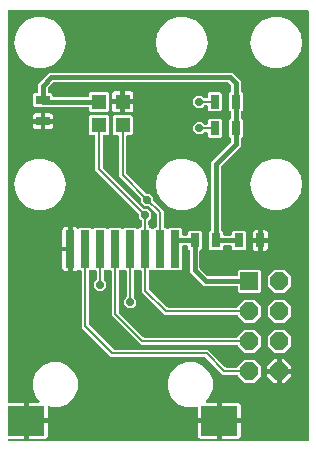
<source format=gbr>
G04 EAGLE Gerber RS-274X export*
G75*
%MOMM*%
%FSLAX34Y34*%
%LPD*%
%INTop Copper*%
%IPPOS*%
%AMOC8*
5,1,8,0,0,1.08239X$1,22.5*%
G01*
%ADD10R,1.200000X0.800000*%
%ADD11R,0.800000X1.200000*%
%ADD12R,0.800000X3.200000*%
%ADD13R,3.120000X2.540000*%
%ADD14R,1.524000X1.524000*%
%ADD15P,1.649562X8X292.500000*%
%ADD16R,1.300000X1.300000*%
%ADD17C,0.406400*%
%ADD18P,0.654629X8X22.500000*%
%ADD19C,0.203200*%

G36*
X256502Y2549D02*
X256502Y2549D01*
X256560Y2547D01*
X256642Y2569D01*
X256726Y2581D01*
X256779Y2604D01*
X256835Y2619D01*
X256908Y2662D01*
X256985Y2697D01*
X257030Y2735D01*
X257080Y2764D01*
X257138Y2826D01*
X257202Y2880D01*
X257234Y2929D01*
X257274Y2972D01*
X257313Y3047D01*
X257360Y3117D01*
X257377Y3173D01*
X257404Y3225D01*
X257415Y3293D01*
X257445Y3388D01*
X257448Y3488D01*
X257459Y3556D01*
X257459Y366444D01*
X257451Y366502D01*
X257453Y366560D01*
X257431Y366642D01*
X257419Y366726D01*
X257396Y366779D01*
X257381Y366835D01*
X257338Y366908D01*
X257303Y366985D01*
X257265Y367030D01*
X257236Y367080D01*
X257174Y367138D01*
X257120Y367202D01*
X257071Y367234D01*
X257028Y367274D01*
X256953Y367313D01*
X256883Y367360D01*
X256827Y367377D01*
X256775Y367404D01*
X256707Y367415D01*
X256612Y367445D01*
X256512Y367448D01*
X256444Y367459D01*
X3556Y367459D01*
X3498Y367451D01*
X3440Y367453D01*
X3358Y367431D01*
X3274Y367419D01*
X3221Y367396D01*
X3165Y367381D01*
X3092Y367338D01*
X3015Y367303D01*
X2970Y367265D01*
X2920Y367236D01*
X2862Y367174D01*
X2798Y367120D01*
X2766Y367071D01*
X2726Y367028D01*
X2687Y366953D01*
X2640Y366883D01*
X2623Y366827D01*
X2596Y366775D01*
X2585Y366707D01*
X2555Y366612D01*
X2552Y366512D01*
X2541Y366444D01*
X2541Y36256D01*
X2549Y36198D01*
X2547Y36140D01*
X2569Y36058D01*
X2581Y35974D01*
X2604Y35921D01*
X2619Y35865D01*
X2662Y35792D01*
X2697Y35715D01*
X2735Y35670D01*
X2764Y35620D01*
X2826Y35562D01*
X2880Y35498D01*
X2929Y35466D01*
X2972Y35426D01*
X3047Y35387D01*
X3117Y35340D01*
X3173Y35323D01*
X3225Y35296D01*
X3293Y35285D01*
X3388Y35255D01*
X3488Y35252D01*
X3556Y35241D01*
X16269Y35241D01*
X16269Y21016D01*
X16277Y20958D01*
X16275Y20900D01*
X16297Y20818D01*
X16309Y20735D01*
X16333Y20681D01*
X16347Y20625D01*
X16390Y20552D01*
X16425Y20475D01*
X16463Y20431D01*
X16493Y20380D01*
X16554Y20323D01*
X16609Y20258D01*
X16657Y20226D01*
X16700Y20186D01*
X16775Y20147D01*
X16845Y20101D01*
X16901Y20083D01*
X16953Y20056D01*
X17021Y20045D01*
X17116Y20015D01*
X17216Y20012D01*
X17284Y20001D01*
X18301Y20001D01*
X18301Y19999D01*
X17284Y19999D01*
X17226Y19991D01*
X17168Y19992D01*
X17086Y19971D01*
X17003Y19959D01*
X16949Y19935D01*
X16893Y19921D01*
X16820Y19878D01*
X16743Y19843D01*
X16698Y19805D01*
X16648Y19775D01*
X16590Y19714D01*
X16526Y19659D01*
X16494Y19611D01*
X16454Y19568D01*
X16415Y19493D01*
X16369Y19423D01*
X16351Y19367D01*
X16324Y19315D01*
X16313Y19247D01*
X16283Y19152D01*
X16280Y19052D01*
X16269Y18984D01*
X16269Y4759D01*
X3556Y4759D01*
X3498Y4751D01*
X3440Y4753D01*
X3358Y4731D01*
X3274Y4719D01*
X3221Y4696D01*
X3165Y4681D01*
X3092Y4638D01*
X3015Y4603D01*
X2970Y4565D01*
X2920Y4536D01*
X2862Y4474D01*
X2798Y4420D01*
X2766Y4371D01*
X2726Y4328D01*
X2687Y4253D01*
X2640Y4183D01*
X2623Y4127D01*
X2596Y4075D01*
X2585Y4007D01*
X2555Y3912D01*
X2552Y3812D01*
X2541Y3744D01*
X2541Y3556D01*
X2549Y3498D01*
X2547Y3440D01*
X2569Y3358D01*
X2581Y3274D01*
X2604Y3221D01*
X2619Y3165D01*
X2662Y3092D01*
X2697Y3015D01*
X2735Y2970D01*
X2764Y2920D01*
X2826Y2862D01*
X2880Y2798D01*
X2929Y2766D01*
X2972Y2726D01*
X3047Y2687D01*
X3117Y2640D01*
X3173Y2623D01*
X3225Y2596D01*
X3293Y2585D01*
X3388Y2555D01*
X3488Y2552D01*
X3556Y2541D01*
X256444Y2541D01*
X256502Y2549D01*
G37*
%LPC*%
G36*
X203302Y52247D02*
X203302Y52247D01*
X197639Y57909D01*
X197641Y57952D01*
X197619Y58034D01*
X197607Y58118D01*
X197584Y58171D01*
X197569Y58227D01*
X197526Y58300D01*
X197491Y58377D01*
X197453Y58422D01*
X197424Y58472D01*
X197362Y58530D01*
X197308Y58594D01*
X197259Y58626D01*
X197216Y58666D01*
X197141Y58705D01*
X197071Y58752D01*
X197015Y58769D01*
X196963Y58796D01*
X196895Y58807D01*
X196800Y58837D01*
X196700Y58840D01*
X196632Y58851D01*
X184837Y58851D01*
X170035Y73654D01*
X169965Y73706D01*
X169901Y73766D01*
X169851Y73792D01*
X169807Y73825D01*
X169726Y73856D01*
X169648Y73896D01*
X169600Y73904D01*
X169542Y73926D01*
X169394Y73938D01*
X169317Y73951D01*
X90054Y73951D01*
X87970Y76034D01*
X87970Y76035D01*
X67285Y96720D01*
X67284Y96721D01*
X65201Y98804D01*
X65201Y146152D01*
X65193Y146210D01*
X65195Y146268D01*
X65173Y146350D01*
X65161Y146434D01*
X65138Y146487D01*
X65123Y146543D01*
X65080Y146616D01*
X65045Y146693D01*
X65007Y146738D01*
X64978Y146788D01*
X64916Y146846D01*
X64862Y146910D01*
X64813Y146942D01*
X64770Y146982D01*
X64695Y147021D01*
X64625Y147068D01*
X64569Y147085D01*
X64517Y147112D01*
X64449Y147123D01*
X64354Y147153D01*
X64254Y147156D01*
X64186Y147167D01*
X63408Y147167D01*
X62977Y147598D01*
X62930Y147633D01*
X62890Y147676D01*
X62817Y147718D01*
X62750Y147769D01*
X62695Y147790D01*
X62645Y147820D01*
X62563Y147840D01*
X62484Y147870D01*
X62426Y147875D01*
X62369Y147890D01*
X62285Y147887D01*
X62201Y147894D01*
X62144Y147882D01*
X62085Y147881D01*
X62005Y147855D01*
X61922Y147838D01*
X61870Y147811D01*
X61815Y147793D01*
X61758Y147753D01*
X61670Y147707D01*
X61598Y147638D01*
X61541Y147598D01*
X61110Y147167D01*
X60531Y146832D01*
X59884Y146659D01*
X57549Y146659D01*
X57549Y164216D01*
X57541Y164274D01*
X57543Y164332D01*
X57521Y164414D01*
X57509Y164497D01*
X57486Y164551D01*
X57471Y164607D01*
X57428Y164680D01*
X57393Y164757D01*
X57355Y164801D01*
X57326Y164852D01*
X57264Y164909D01*
X57210Y164974D01*
X57161Y165006D01*
X57118Y165046D01*
X57043Y165085D01*
X56973Y165131D01*
X56917Y165149D01*
X56865Y165176D01*
X56797Y165187D01*
X56755Y165200D01*
X56816Y165209D01*
X56869Y165233D01*
X56925Y165247D01*
X56998Y165291D01*
X57075Y165325D01*
X57120Y165363D01*
X57170Y165393D01*
X57228Y165454D01*
X57292Y165509D01*
X57324Y165557D01*
X57364Y165600D01*
X57403Y165675D01*
X57450Y165745D01*
X57467Y165801D01*
X57494Y165853D01*
X57505Y165921D01*
X57535Y166016D01*
X57538Y166116D01*
X57549Y166184D01*
X57549Y183741D01*
X59884Y183741D01*
X60531Y183568D01*
X61110Y183233D01*
X61541Y182802D01*
X61588Y182767D01*
X61628Y182724D01*
X61701Y182682D01*
X61768Y182631D01*
X61823Y182610D01*
X61874Y182580D01*
X61955Y182560D01*
X62034Y182530D01*
X62093Y182525D01*
X62149Y182510D01*
X62233Y182513D01*
X62317Y182506D01*
X62375Y182518D01*
X62433Y182519D01*
X62514Y182545D01*
X62596Y182562D01*
X62648Y182589D01*
X62704Y182607D01*
X62760Y182647D01*
X62849Y182693D01*
X62921Y182762D01*
X62977Y182802D01*
X63408Y183233D01*
X73092Y183233D01*
X73882Y182443D01*
X73929Y182408D01*
X73969Y182365D01*
X74042Y182322D01*
X74109Y182272D01*
X74164Y182251D01*
X74214Y182221D01*
X74296Y182201D01*
X74375Y182170D01*
X74433Y182166D01*
X74490Y182151D01*
X74574Y182154D01*
X74658Y182147D01*
X74716Y182158D01*
X74774Y182160D01*
X74854Y182186D01*
X74937Y182203D01*
X74989Y182230D01*
X75045Y182248D01*
X75101Y182288D01*
X75189Y182334D01*
X75262Y182402D01*
X75318Y182443D01*
X76108Y183233D01*
X85792Y183233D01*
X86582Y182443D01*
X86629Y182408D01*
X86669Y182365D01*
X86742Y182322D01*
X86809Y182272D01*
X86864Y182251D01*
X86914Y182221D01*
X86996Y182201D01*
X87075Y182170D01*
X87133Y182166D01*
X87190Y182151D01*
X87274Y182154D01*
X87358Y182147D01*
X87416Y182158D01*
X87474Y182160D01*
X87554Y182186D01*
X87637Y182203D01*
X87689Y182230D01*
X87745Y182248D01*
X87801Y182288D01*
X87889Y182334D01*
X87962Y182402D01*
X88018Y182443D01*
X88808Y183233D01*
X98492Y183233D01*
X99282Y182443D01*
X99329Y182408D01*
X99369Y182365D01*
X99442Y182322D01*
X99509Y182272D01*
X99564Y182251D01*
X99614Y182221D01*
X99696Y182201D01*
X99775Y182170D01*
X99833Y182166D01*
X99890Y182151D01*
X99974Y182154D01*
X100058Y182147D01*
X100116Y182158D01*
X100174Y182160D01*
X100254Y182186D01*
X100337Y182203D01*
X100389Y182230D01*
X100445Y182248D01*
X100501Y182288D01*
X100589Y182334D01*
X100662Y182402D01*
X100718Y182443D01*
X101508Y183233D01*
X111192Y183233D01*
X111982Y182443D01*
X112029Y182408D01*
X112069Y182365D01*
X112142Y182322D01*
X112209Y182272D01*
X112264Y182251D01*
X112314Y182221D01*
X112396Y182201D01*
X112475Y182170D01*
X112533Y182166D01*
X112590Y182151D01*
X112674Y182154D01*
X112758Y182147D01*
X112816Y182158D01*
X112874Y182160D01*
X112954Y182186D01*
X113037Y182203D01*
X113089Y182230D01*
X113145Y182248D01*
X113201Y182288D01*
X113289Y182334D01*
X113362Y182402D01*
X113418Y182443D01*
X114208Y183233D01*
X114986Y183233D01*
X115044Y183241D01*
X115102Y183239D01*
X115184Y183261D01*
X115268Y183273D01*
X115321Y183296D01*
X115377Y183311D01*
X115450Y183354D01*
X115527Y183389D01*
X115572Y183427D01*
X115622Y183456D01*
X115680Y183518D01*
X115744Y183572D01*
X115776Y183621D01*
X115816Y183664D01*
X115855Y183739D01*
X115902Y183809D01*
X115919Y183865D01*
X115946Y183917D01*
X115957Y183985D01*
X115987Y184080D01*
X115990Y184180D01*
X116001Y184248D01*
X116001Y189427D01*
X115989Y189514D01*
X115986Y189601D01*
X115969Y189654D01*
X115961Y189708D01*
X115926Y189788D01*
X115899Y189871D01*
X115871Y189911D01*
X115845Y189968D01*
X115749Y190081D01*
X115704Y190145D01*
X113993Y191855D01*
X113993Y194275D01*
X113981Y194361D01*
X113978Y194449D01*
X113961Y194501D01*
X113953Y194556D01*
X113918Y194636D01*
X113891Y194719D01*
X113863Y194758D01*
X113837Y194816D01*
X113741Y194929D01*
X113696Y194993D01*
X76951Y231737D01*
X76951Y260452D01*
X76944Y260504D01*
X76945Y260531D01*
X76944Y260534D01*
X76945Y260568D01*
X76923Y260650D01*
X76911Y260734D01*
X76888Y260787D01*
X76873Y260843D01*
X76830Y260916D01*
X76795Y260993D01*
X76757Y261038D01*
X76728Y261088D01*
X76666Y261146D01*
X76612Y261210D01*
X76563Y261242D01*
X76520Y261282D01*
X76445Y261321D01*
X76375Y261368D01*
X76319Y261385D01*
X76267Y261412D01*
X76199Y261423D01*
X76104Y261453D01*
X76004Y261456D01*
X75936Y261467D01*
X72658Y261467D01*
X71467Y262658D01*
X71467Y277342D01*
X72658Y278533D01*
X87342Y278533D01*
X88533Y277342D01*
X88533Y262658D01*
X87342Y261467D01*
X84064Y261467D01*
X84006Y261459D01*
X83948Y261461D01*
X83866Y261439D01*
X83782Y261427D01*
X83729Y261404D01*
X83673Y261389D01*
X83600Y261346D01*
X83523Y261311D01*
X83478Y261273D01*
X83428Y261244D01*
X83370Y261182D01*
X83306Y261128D01*
X83274Y261079D01*
X83234Y261036D01*
X83195Y260961D01*
X83148Y260891D01*
X83131Y260835D01*
X83104Y260783D01*
X83093Y260715D01*
X83063Y260620D01*
X83060Y260520D01*
X83049Y260452D01*
X83049Y234683D01*
X83061Y234597D01*
X83064Y234509D01*
X83081Y234457D01*
X83089Y234402D01*
X83124Y234322D01*
X83151Y234239D01*
X83179Y234200D01*
X83205Y234142D01*
X83301Y234029D01*
X83346Y233965D01*
X118007Y199304D01*
X118077Y199252D01*
X118141Y199192D01*
X118191Y199166D01*
X118235Y199133D01*
X118316Y199102D01*
X118394Y199062D01*
X118442Y199054D01*
X118500Y199032D01*
X118648Y199020D01*
X118725Y199007D01*
X121145Y199007D01*
X124107Y196045D01*
X124107Y191855D01*
X122396Y190145D01*
X122344Y190075D01*
X122284Y190011D01*
X122258Y189962D01*
X122225Y189918D01*
X122194Y189836D01*
X122154Y189758D01*
X122146Y189710D01*
X122124Y189652D01*
X122112Y189504D01*
X122099Y189427D01*
X122099Y184248D01*
X122106Y184194D01*
X122105Y184154D01*
X122106Y184152D01*
X122105Y184132D01*
X122127Y184050D01*
X122139Y183966D01*
X122162Y183913D01*
X122177Y183857D01*
X122220Y183784D01*
X122255Y183707D01*
X122293Y183662D01*
X122322Y183612D01*
X122384Y183554D01*
X122438Y183490D01*
X122487Y183458D01*
X122530Y183418D01*
X122605Y183379D01*
X122675Y183332D01*
X122731Y183315D01*
X122783Y183288D01*
X122851Y183277D01*
X122946Y183247D01*
X123046Y183244D01*
X123114Y183233D01*
X123892Y183233D01*
X124682Y182443D01*
X124729Y182408D01*
X124769Y182365D01*
X124842Y182322D01*
X124909Y182272D01*
X124964Y182251D01*
X125014Y182221D01*
X125096Y182201D01*
X125175Y182170D01*
X125233Y182166D01*
X125290Y182151D01*
X125374Y182154D01*
X125458Y182147D01*
X125516Y182158D01*
X125574Y182160D01*
X125654Y182186D01*
X125737Y182203D01*
X125789Y182230D01*
X125845Y182248D01*
X125901Y182288D01*
X125989Y182334D01*
X126062Y182402D01*
X126118Y182443D01*
X126908Y183233D01*
X127686Y183233D01*
X127744Y183241D01*
X127802Y183239D01*
X127884Y183261D01*
X127968Y183273D01*
X128021Y183296D01*
X128077Y183311D01*
X128150Y183354D01*
X128227Y183389D01*
X128272Y183427D01*
X128322Y183456D01*
X128380Y183518D01*
X128444Y183572D01*
X128476Y183621D01*
X128516Y183664D01*
X128555Y183739D01*
X128602Y183809D01*
X128619Y183865D01*
X128646Y183917D01*
X128657Y183985D01*
X128687Y184080D01*
X128690Y184180D01*
X128701Y184248D01*
X128701Y194567D01*
X128689Y194653D01*
X128686Y194741D01*
X128669Y194793D01*
X128661Y194848D01*
X128626Y194928D01*
X128599Y195011D01*
X128571Y195050D01*
X128545Y195108D01*
X128449Y195221D01*
X128404Y195285D01*
X122043Y201646D01*
X121973Y201698D01*
X121909Y201758D01*
X121859Y201784D01*
X121815Y201817D01*
X121734Y201848D01*
X121656Y201888D01*
X121608Y201896D01*
X121550Y201918D01*
X121402Y201930D01*
X121325Y201943D01*
X118905Y201943D01*
X115943Y204905D01*
X115943Y207325D01*
X115931Y207411D01*
X115928Y207499D01*
X115911Y207551D01*
X115903Y207606D01*
X115868Y207686D01*
X115841Y207769D01*
X115813Y207808D01*
X115787Y207866D01*
X115691Y207979D01*
X115646Y208043D01*
X96951Y226737D01*
X96951Y260452D01*
X96944Y260504D01*
X96945Y260531D01*
X96944Y260534D01*
X96945Y260568D01*
X96923Y260650D01*
X96911Y260734D01*
X96888Y260787D01*
X96873Y260843D01*
X96830Y260916D01*
X96795Y260993D01*
X96757Y261038D01*
X96728Y261088D01*
X96666Y261146D01*
X96612Y261210D01*
X96563Y261242D01*
X96520Y261282D01*
X96445Y261321D01*
X96375Y261368D01*
X96319Y261385D01*
X96267Y261412D01*
X96199Y261423D01*
X96104Y261453D01*
X96004Y261456D01*
X95936Y261467D01*
X92658Y261467D01*
X91467Y262658D01*
X91467Y277342D01*
X92658Y278533D01*
X107342Y278533D01*
X108533Y277342D01*
X108533Y262658D01*
X107342Y261467D01*
X104064Y261467D01*
X104006Y261459D01*
X103948Y261461D01*
X103866Y261439D01*
X103782Y261427D01*
X103729Y261404D01*
X103673Y261389D01*
X103600Y261346D01*
X103523Y261311D01*
X103478Y261273D01*
X103428Y261244D01*
X103370Y261182D01*
X103306Y261128D01*
X103274Y261079D01*
X103234Y261036D01*
X103195Y260961D01*
X103148Y260891D01*
X103131Y260835D01*
X103104Y260783D01*
X103093Y260715D01*
X103063Y260620D01*
X103060Y260520D01*
X103049Y260452D01*
X103049Y229683D01*
X103061Y229597D01*
X103064Y229509D01*
X103081Y229457D01*
X103089Y229402D01*
X103124Y229322D01*
X103151Y229239D01*
X103179Y229200D01*
X103205Y229142D01*
X103301Y229029D01*
X103346Y228965D01*
X119957Y212354D01*
X120027Y212302D01*
X120091Y212242D01*
X120141Y212216D01*
X120185Y212183D01*
X120266Y212152D01*
X120344Y212112D01*
X120392Y212104D01*
X120450Y212082D01*
X120598Y212070D01*
X120675Y212057D01*
X123095Y212057D01*
X126057Y209095D01*
X126057Y206675D01*
X126069Y206589D01*
X126072Y206501D01*
X126089Y206449D01*
X126097Y206394D01*
X126132Y206314D01*
X126159Y206231D01*
X126187Y206192D01*
X126213Y206134D01*
X126309Y206021D01*
X126354Y205957D01*
X134799Y197513D01*
X134799Y184248D01*
X134806Y184194D01*
X134805Y184154D01*
X134806Y184152D01*
X134805Y184132D01*
X134827Y184050D01*
X134839Y183966D01*
X134862Y183913D01*
X134877Y183857D01*
X134920Y183784D01*
X134955Y183707D01*
X134993Y183662D01*
X135022Y183612D01*
X135084Y183554D01*
X135138Y183490D01*
X135187Y183458D01*
X135230Y183418D01*
X135305Y183379D01*
X135375Y183332D01*
X135431Y183315D01*
X135483Y183288D01*
X135551Y183277D01*
X135646Y183247D01*
X135746Y183244D01*
X135814Y183233D01*
X136592Y183233D01*
X137382Y182443D01*
X137429Y182408D01*
X137469Y182365D01*
X137542Y182322D01*
X137609Y182272D01*
X137664Y182251D01*
X137714Y182221D01*
X137796Y182201D01*
X137875Y182170D01*
X137933Y182166D01*
X137990Y182151D01*
X138074Y182154D01*
X138158Y182147D01*
X138216Y182158D01*
X138274Y182160D01*
X138354Y182186D01*
X138437Y182203D01*
X138489Y182230D01*
X138545Y182248D01*
X138601Y182288D01*
X138689Y182334D01*
X138762Y182402D01*
X138818Y182443D01*
X139608Y183233D01*
X149292Y183233D01*
X150483Y182042D01*
X150483Y177580D01*
X150491Y177522D01*
X150489Y177464D01*
X150511Y177382D01*
X150523Y177298D01*
X150546Y177245D01*
X150561Y177189D01*
X150604Y177116D01*
X150639Y177039D01*
X150677Y176994D01*
X150706Y176944D01*
X150768Y176886D01*
X150822Y176822D01*
X150871Y176790D01*
X150914Y176750D01*
X150989Y176711D01*
X151059Y176664D01*
X151115Y176647D01*
X151167Y176620D01*
X151235Y176609D01*
X151330Y176579D01*
X151430Y176576D01*
X151498Y176565D01*
X153952Y176565D01*
X154010Y176573D01*
X154068Y176571D01*
X154150Y176593D01*
X154234Y176605D01*
X154287Y176628D01*
X154343Y176643D01*
X154416Y176686D01*
X154493Y176721D01*
X154538Y176759D01*
X154588Y176788D01*
X154646Y176850D01*
X154710Y176904D01*
X154742Y176953D01*
X154782Y176996D01*
X154821Y177071D01*
X154868Y177141D01*
X154885Y177197D01*
X154912Y177249D01*
X154923Y177317D01*
X154953Y177412D01*
X154956Y177512D01*
X154967Y177580D01*
X154967Y179342D01*
X156158Y180533D01*
X165842Y180533D01*
X167033Y179342D01*
X167033Y165658D01*
X165803Y164428D01*
X165798Y164427D01*
X165745Y164404D01*
X165689Y164389D01*
X165616Y164346D01*
X165539Y164311D01*
X165494Y164273D01*
X165444Y164244D01*
X165386Y164182D01*
X165322Y164128D01*
X165290Y164079D01*
X165250Y164036D01*
X165211Y163961D01*
X165164Y163891D01*
X165147Y163835D01*
X165120Y163783D01*
X165109Y163715D01*
X165079Y163620D01*
X165076Y163520D01*
X165065Y163452D01*
X165065Y149403D01*
X165077Y149316D01*
X165080Y149229D01*
X165097Y149176D01*
X165105Y149121D01*
X165140Y149041D01*
X165167Y148958D01*
X165195Y148919D01*
X165221Y148862D01*
X165317Y148748D01*
X165362Y148685D01*
X171585Y142462D01*
X171654Y142410D01*
X171718Y142350D01*
X171768Y142324D01*
X171812Y142291D01*
X171894Y142260D01*
X171971Y142220D01*
X172019Y142212D01*
X172078Y142190D01*
X172225Y142178D01*
X172303Y142165D01*
X196632Y142165D01*
X196690Y142173D01*
X196748Y142171D01*
X196830Y142193D01*
X196914Y142205D01*
X196967Y142228D01*
X197023Y142243D01*
X197096Y142286D01*
X197173Y142321D01*
X197218Y142359D01*
X197268Y142388D01*
X197326Y142450D01*
X197390Y142504D01*
X197422Y142553D01*
X197462Y142596D01*
X197501Y142671D01*
X197548Y142741D01*
X197565Y142797D01*
X197592Y142849D01*
X197603Y142917D01*
X197633Y143012D01*
X197636Y143112D01*
X197647Y143180D01*
X197647Y146562D01*
X198838Y147753D01*
X215762Y147753D01*
X216953Y146562D01*
X216953Y129638D01*
X215762Y128447D01*
X198838Y128447D01*
X197647Y129638D01*
X197647Y133020D01*
X197639Y133078D01*
X197641Y133136D01*
X197619Y133218D01*
X197607Y133302D01*
X197584Y133355D01*
X197569Y133411D01*
X197526Y133484D01*
X197491Y133561D01*
X197453Y133606D01*
X197424Y133656D01*
X197362Y133714D01*
X197308Y133778D01*
X197259Y133810D01*
X197216Y133850D01*
X197141Y133889D01*
X197071Y133936D01*
X197015Y133953D01*
X196963Y133980D01*
X196895Y133991D01*
X196800Y134021D01*
X196700Y134024D01*
X196632Y134035D01*
X168515Y134035D01*
X156935Y145615D01*
X156935Y163452D01*
X156927Y163510D01*
X156929Y163568D01*
X156907Y163650D01*
X156895Y163734D01*
X156872Y163787D01*
X156857Y163843D01*
X156814Y163916D01*
X156779Y163993D01*
X156741Y164038D01*
X156712Y164088D01*
X156650Y164146D01*
X156596Y164210D01*
X156547Y164242D01*
X156504Y164282D01*
X156429Y164321D01*
X156359Y164368D01*
X156303Y164385D01*
X156251Y164412D01*
X156206Y164419D01*
X154967Y165658D01*
X154967Y167420D01*
X154959Y167478D01*
X154961Y167536D01*
X154939Y167618D01*
X154927Y167702D01*
X154904Y167755D01*
X154889Y167811D01*
X154846Y167884D01*
X154811Y167961D01*
X154773Y168006D01*
X154744Y168056D01*
X154682Y168114D01*
X154628Y168178D01*
X154579Y168210D01*
X154536Y168250D01*
X154461Y168289D01*
X154391Y168336D01*
X154335Y168353D01*
X154283Y168380D01*
X154215Y168391D01*
X154120Y168421D01*
X154020Y168424D01*
X153952Y168435D01*
X151498Y168435D01*
X151440Y168427D01*
X151382Y168429D01*
X151300Y168407D01*
X151216Y168395D01*
X151163Y168372D01*
X151107Y168357D01*
X151034Y168314D01*
X150957Y168279D01*
X150912Y168241D01*
X150862Y168212D01*
X150804Y168150D01*
X150740Y168096D01*
X150708Y168047D01*
X150668Y168004D01*
X150629Y167929D01*
X150582Y167859D01*
X150565Y167803D01*
X150538Y167751D01*
X150527Y167683D01*
X150497Y167588D01*
X150494Y167488D01*
X150483Y167420D01*
X150483Y148358D01*
X149292Y147167D01*
X139608Y147167D01*
X138818Y147957D01*
X138771Y147993D01*
X138731Y148035D01*
X138658Y148078D01*
X138591Y148128D01*
X138536Y148149D01*
X138486Y148179D01*
X138404Y148199D01*
X138325Y148230D01*
X138267Y148234D01*
X138210Y148249D01*
X138126Y148246D01*
X138042Y148253D01*
X137984Y148242D01*
X137926Y148240D01*
X137846Y148214D01*
X137763Y148197D01*
X137711Y148170D01*
X137655Y148152D01*
X137599Y148112D01*
X137511Y148066D01*
X137438Y147997D01*
X137382Y147957D01*
X136592Y147167D01*
X126908Y147167D01*
X126118Y147957D01*
X126071Y147993D01*
X126031Y148035D01*
X125958Y148078D01*
X125891Y148128D01*
X125836Y148149D01*
X125786Y148179D01*
X125704Y148199D01*
X125625Y148230D01*
X125567Y148234D01*
X125510Y148249D01*
X125426Y148246D01*
X125342Y148253D01*
X125284Y148242D01*
X125226Y148240D01*
X125146Y148214D01*
X125063Y148197D01*
X125011Y148170D01*
X124955Y148152D01*
X124899Y148112D01*
X124811Y148066D01*
X124738Y147997D01*
X124682Y147957D01*
X123892Y147167D01*
X123114Y147167D01*
X123056Y147159D01*
X122998Y147161D01*
X122916Y147139D01*
X122832Y147127D01*
X122779Y147104D01*
X122723Y147089D01*
X122650Y147046D01*
X122573Y147011D01*
X122528Y146973D01*
X122478Y146944D01*
X122420Y146882D01*
X122356Y146828D01*
X122324Y146779D01*
X122284Y146736D01*
X122245Y146661D01*
X122198Y146591D01*
X122181Y146535D01*
X122154Y146483D01*
X122143Y146415D01*
X122113Y146320D01*
X122110Y146220D01*
X122099Y146152D01*
X122099Y131709D01*
X122111Y131623D01*
X122114Y131535D01*
X122131Y131483D01*
X122139Y131428D01*
X122174Y131348D01*
X122201Y131265D01*
X122229Y131226D01*
X122255Y131169D01*
X122351Y131055D01*
X122396Y130992D01*
X137342Y116046D01*
X137411Y115994D01*
X137475Y115934D01*
X137525Y115908D01*
X137569Y115875D01*
X137650Y115844D01*
X137728Y115804D01*
X137776Y115796D01*
X137834Y115774D01*
X137982Y115762D01*
X138059Y115749D01*
X196632Y115749D01*
X196690Y115757D01*
X196748Y115755D01*
X196830Y115777D01*
X196914Y115789D01*
X196967Y115812D01*
X197023Y115827D01*
X197096Y115870D01*
X197173Y115905D01*
X197218Y115943D01*
X197268Y115972D01*
X197326Y116034D01*
X197390Y116088D01*
X197422Y116137D01*
X197462Y116180D01*
X197501Y116255D01*
X197548Y116325D01*
X197565Y116381D01*
X197592Y116433D01*
X197603Y116501D01*
X197633Y116596D01*
X197636Y116687D01*
X203302Y122353D01*
X211298Y122353D01*
X216953Y116698D01*
X216953Y108702D01*
X211298Y103047D01*
X203302Y103047D01*
X197639Y108709D01*
X197641Y108752D01*
X197619Y108834D01*
X197607Y108918D01*
X197584Y108971D01*
X197569Y109027D01*
X197526Y109100D01*
X197491Y109177D01*
X197453Y109222D01*
X197424Y109272D01*
X197362Y109330D01*
X197308Y109394D01*
X197259Y109426D01*
X197216Y109466D01*
X197141Y109505D01*
X197071Y109552D01*
X197015Y109569D01*
X196963Y109596D01*
X196895Y109607D01*
X196800Y109637D01*
X196700Y109640D01*
X196632Y109651D01*
X135113Y109651D01*
X116001Y128763D01*
X116001Y146152D01*
X115993Y146210D01*
X115995Y146268D01*
X115973Y146350D01*
X115961Y146434D01*
X115938Y146487D01*
X115923Y146543D01*
X115880Y146616D01*
X115845Y146693D01*
X115807Y146738D01*
X115778Y146788D01*
X115716Y146846D01*
X115662Y146910D01*
X115613Y146942D01*
X115570Y146982D01*
X115495Y147021D01*
X115425Y147068D01*
X115369Y147085D01*
X115317Y147112D01*
X115249Y147123D01*
X115154Y147153D01*
X115054Y147156D01*
X114986Y147167D01*
X114208Y147167D01*
X113418Y147957D01*
X113371Y147993D01*
X113331Y148035D01*
X113258Y148078D01*
X113191Y148128D01*
X113136Y148149D01*
X113086Y148179D01*
X113004Y148199D01*
X112925Y148230D01*
X112867Y148234D01*
X112810Y148249D01*
X112726Y148246D01*
X112642Y148253D01*
X112584Y148242D01*
X112526Y148240D01*
X112446Y148214D01*
X112363Y148197D01*
X112311Y148170D01*
X112255Y148152D01*
X112199Y148112D01*
X112111Y148066D01*
X112038Y147997D01*
X111982Y147957D01*
X111192Y147167D01*
X110414Y147167D01*
X110356Y147159D01*
X110298Y147161D01*
X110216Y147139D01*
X110132Y147127D01*
X110079Y147104D01*
X110023Y147089D01*
X109950Y147046D01*
X109873Y147011D01*
X109828Y146973D01*
X109778Y146944D01*
X109720Y146882D01*
X109656Y146828D01*
X109624Y146779D01*
X109584Y146736D01*
X109545Y146661D01*
X109498Y146591D01*
X109481Y146535D01*
X109454Y146483D01*
X109443Y146415D01*
X109413Y146320D01*
X109410Y146220D01*
X109399Y146152D01*
X109399Y124853D01*
X109411Y124767D01*
X109414Y124679D01*
X109431Y124627D01*
X109439Y124572D01*
X109474Y124492D01*
X109501Y124409D01*
X109529Y124370D01*
X109555Y124312D01*
X109651Y124199D01*
X109696Y124136D01*
X111407Y122425D01*
X111407Y118236D01*
X108445Y115274D01*
X104255Y115274D01*
X101293Y118236D01*
X101293Y122425D01*
X103004Y124136D01*
X103056Y124205D01*
X103116Y124269D01*
X103142Y124319D01*
X103175Y124363D01*
X103206Y124444D01*
X103246Y124522D01*
X103254Y124570D01*
X103276Y124628D01*
X103288Y124776D01*
X103301Y124853D01*
X103301Y146152D01*
X103293Y146210D01*
X103295Y146268D01*
X103273Y146350D01*
X103261Y146434D01*
X103238Y146487D01*
X103223Y146543D01*
X103180Y146616D01*
X103145Y146693D01*
X103107Y146738D01*
X103078Y146788D01*
X103016Y146846D01*
X102962Y146910D01*
X102913Y146942D01*
X102870Y146982D01*
X102795Y147021D01*
X102725Y147068D01*
X102669Y147085D01*
X102617Y147112D01*
X102549Y147123D01*
X102454Y147153D01*
X102354Y147156D01*
X102286Y147167D01*
X101508Y147167D01*
X100718Y147957D01*
X100671Y147993D01*
X100631Y148035D01*
X100558Y148078D01*
X100491Y148128D01*
X100436Y148149D01*
X100386Y148179D01*
X100304Y148199D01*
X100225Y148230D01*
X100167Y148234D01*
X100110Y148249D01*
X100026Y148246D01*
X99942Y148253D01*
X99884Y148242D01*
X99826Y148240D01*
X99746Y148214D01*
X99663Y148197D01*
X99611Y148170D01*
X99555Y148152D01*
X99499Y148112D01*
X99411Y148066D01*
X99338Y147997D01*
X99282Y147957D01*
X98492Y147167D01*
X97714Y147167D01*
X97656Y147159D01*
X97598Y147161D01*
X97516Y147139D01*
X97432Y147127D01*
X97379Y147104D01*
X97323Y147089D01*
X97250Y147046D01*
X97173Y147011D01*
X97128Y146973D01*
X97078Y146944D01*
X97020Y146882D01*
X96956Y146828D01*
X96924Y146779D01*
X96884Y146736D01*
X96845Y146661D01*
X96798Y146591D01*
X96781Y146535D01*
X96754Y146483D01*
X96743Y146415D01*
X96713Y146320D01*
X96710Y146220D01*
X96699Y146152D01*
X96699Y111975D01*
X96711Y111888D01*
X96714Y111801D01*
X96731Y111748D01*
X96739Y111693D01*
X96774Y111614D01*
X96801Y111530D01*
X96829Y111491D01*
X96855Y111434D01*
X96951Y111321D01*
X96996Y111257D01*
X117607Y90646D01*
X117677Y90594D01*
X117741Y90534D01*
X117790Y90508D01*
X117834Y90475D01*
X117916Y90444D01*
X117994Y90404D01*
X118041Y90396D01*
X118100Y90374D01*
X118248Y90362D01*
X118325Y90349D01*
X196632Y90349D01*
X196690Y90357D01*
X196748Y90355D01*
X196830Y90377D01*
X196914Y90389D01*
X196967Y90412D01*
X197023Y90427D01*
X197096Y90470D01*
X197173Y90505D01*
X197218Y90543D01*
X197268Y90572D01*
X197326Y90634D01*
X197390Y90688D01*
X197422Y90737D01*
X197462Y90780D01*
X197501Y90855D01*
X197548Y90925D01*
X197565Y90981D01*
X197592Y91033D01*
X197603Y91101D01*
X197633Y91196D01*
X197636Y91287D01*
X203302Y96953D01*
X211298Y96953D01*
X216953Y91298D01*
X216953Y83302D01*
X211298Y77647D01*
X203302Y77647D01*
X197639Y83309D01*
X197641Y83352D01*
X197619Y83434D01*
X197607Y83518D01*
X197584Y83571D01*
X197569Y83627D01*
X197526Y83700D01*
X197491Y83777D01*
X197453Y83822D01*
X197424Y83872D01*
X197362Y83930D01*
X197308Y83994D01*
X197259Y84026D01*
X197216Y84066D01*
X197141Y84105D01*
X197071Y84152D01*
X197015Y84169D01*
X196963Y84196D01*
X196895Y84207D01*
X196800Y84237D01*
X196700Y84240D01*
X196632Y84251D01*
X115379Y84251D01*
X90601Y109029D01*
X90601Y146152D01*
X90593Y146210D01*
X90595Y146268D01*
X90573Y146350D01*
X90561Y146434D01*
X90538Y146487D01*
X90523Y146543D01*
X90480Y146616D01*
X90445Y146693D01*
X90407Y146738D01*
X90378Y146788D01*
X90316Y146846D01*
X90262Y146910D01*
X90213Y146942D01*
X90170Y146982D01*
X90095Y147021D01*
X90025Y147068D01*
X89969Y147085D01*
X89917Y147112D01*
X89849Y147123D01*
X89754Y147153D01*
X89654Y147156D01*
X89586Y147167D01*
X88808Y147167D01*
X88018Y147957D01*
X87971Y147993D01*
X87931Y148035D01*
X87858Y148078D01*
X87791Y148128D01*
X87736Y148149D01*
X87686Y148179D01*
X87604Y148199D01*
X87525Y148230D01*
X87467Y148234D01*
X87410Y148249D01*
X87326Y148246D01*
X87242Y148253D01*
X87184Y148242D01*
X87126Y148240D01*
X87046Y148214D01*
X86963Y148197D01*
X86911Y148170D01*
X86855Y148152D01*
X86799Y148112D01*
X86711Y148066D01*
X86638Y147997D01*
X86582Y147957D01*
X85792Y147167D01*
X85014Y147167D01*
X84956Y147159D01*
X84898Y147161D01*
X84816Y147139D01*
X84732Y147127D01*
X84679Y147104D01*
X84623Y147089D01*
X84550Y147046D01*
X84473Y147011D01*
X84428Y146973D01*
X84378Y146944D01*
X84320Y146882D01*
X84256Y146828D01*
X84224Y146779D01*
X84184Y146736D01*
X84145Y146661D01*
X84098Y146591D01*
X84081Y146535D01*
X84054Y146483D01*
X84043Y146415D01*
X84013Y146320D01*
X84010Y146220D01*
X83999Y146152D01*
X83999Y139523D01*
X84011Y139436D01*
X84014Y139349D01*
X84031Y139296D01*
X84039Y139242D01*
X84074Y139162D01*
X84101Y139079D01*
X84129Y139039D01*
X84155Y138982D01*
X84251Y138869D01*
X84296Y138805D01*
X86007Y137095D01*
X86007Y132905D01*
X83045Y129943D01*
X78855Y129943D01*
X75893Y132905D01*
X75893Y137095D01*
X77604Y138805D01*
X77656Y138875D01*
X77716Y138939D01*
X77742Y138988D01*
X77775Y139032D01*
X77806Y139114D01*
X77846Y139192D01*
X77854Y139239D01*
X77876Y139298D01*
X77887Y139431D01*
X77887Y139432D01*
X77887Y139435D01*
X77888Y139446D01*
X77901Y139523D01*
X77901Y146152D01*
X77893Y146210D01*
X77895Y146268D01*
X77873Y146350D01*
X77861Y146434D01*
X77838Y146487D01*
X77823Y146543D01*
X77780Y146616D01*
X77745Y146693D01*
X77707Y146738D01*
X77678Y146788D01*
X77616Y146846D01*
X77562Y146910D01*
X77513Y146942D01*
X77470Y146982D01*
X77395Y147021D01*
X77325Y147068D01*
X77269Y147085D01*
X77217Y147112D01*
X77149Y147123D01*
X77054Y147153D01*
X76954Y147156D01*
X76886Y147167D01*
X76108Y147167D01*
X75318Y147957D01*
X75271Y147993D01*
X75231Y148035D01*
X75158Y148078D01*
X75091Y148128D01*
X75036Y148149D01*
X74986Y148179D01*
X74904Y148199D01*
X74825Y148230D01*
X74767Y148234D01*
X74710Y148249D01*
X74626Y148246D01*
X74542Y148253D01*
X74484Y148242D01*
X74426Y148240D01*
X74346Y148214D01*
X74263Y148197D01*
X74211Y148170D01*
X74155Y148152D01*
X74099Y148112D01*
X74011Y148066D01*
X73938Y147997D01*
X73882Y147957D01*
X73092Y147167D01*
X72314Y147167D01*
X72256Y147159D01*
X72198Y147161D01*
X72116Y147139D01*
X72032Y147127D01*
X71979Y147104D01*
X71923Y147089D01*
X71850Y147046D01*
X71773Y147011D01*
X71728Y146973D01*
X71678Y146944D01*
X71620Y146882D01*
X71556Y146828D01*
X71524Y146779D01*
X71484Y146736D01*
X71445Y146661D01*
X71398Y146591D01*
X71381Y146535D01*
X71354Y146483D01*
X71343Y146415D01*
X71313Y146320D01*
X71310Y146220D01*
X71299Y146152D01*
X71299Y101750D01*
X71311Y101663D01*
X71314Y101576D01*
X71331Y101523D01*
X71339Y101468D01*
X71374Y101388D01*
X71401Y101305D01*
X71429Y101266D01*
X71455Y101209D01*
X71551Y101096D01*
X71596Y101032D01*
X92282Y80346D01*
X92352Y80294D01*
X92416Y80234D01*
X92465Y80208D01*
X92509Y80175D01*
X92591Y80144D01*
X92669Y80104D01*
X92716Y80096D01*
X92775Y80074D01*
X92922Y80062D01*
X93000Y80049D01*
X172263Y80049D01*
X187065Y65246D01*
X187135Y65194D01*
X187199Y65134D01*
X187249Y65108D01*
X187293Y65075D01*
X187374Y65044D01*
X187452Y65004D01*
X187500Y64996D01*
X187558Y64974D01*
X187706Y64962D01*
X187783Y64949D01*
X196632Y64949D01*
X196690Y64957D01*
X196748Y64955D01*
X196830Y64977D01*
X196914Y64989D01*
X196967Y65012D01*
X197023Y65027D01*
X197096Y65070D01*
X197173Y65105D01*
X197218Y65143D01*
X197268Y65172D01*
X197326Y65234D01*
X197390Y65288D01*
X197422Y65337D01*
X197462Y65380D01*
X197501Y65455D01*
X197548Y65525D01*
X197565Y65581D01*
X197592Y65633D01*
X197603Y65701D01*
X197633Y65796D01*
X197636Y65887D01*
X203302Y71553D01*
X211298Y71553D01*
X216953Y65898D01*
X216953Y57902D01*
X211298Y52247D01*
X203302Y52247D01*
G37*
%LPD*%
%LPC*%
G36*
X174158Y164467D02*
X174158Y164467D01*
X172967Y165658D01*
X172967Y179342D01*
X174197Y180572D01*
X174202Y180573D01*
X174255Y180596D01*
X174311Y180611D01*
X174384Y180654D01*
X174461Y180689D01*
X174506Y180727D01*
X174556Y180756D01*
X174614Y180818D01*
X174678Y180872D01*
X174710Y180921D01*
X174750Y180964D01*
X174789Y181039D01*
X174836Y181109D01*
X174853Y181165D01*
X174880Y181217D01*
X174891Y181285D01*
X174921Y181380D01*
X174924Y181480D01*
X174935Y181548D01*
X174935Y238807D01*
X177614Y241485D01*
X191638Y255509D01*
X191690Y255579D01*
X191750Y255643D01*
X191776Y255692D01*
X191809Y255737D01*
X191840Y255818D01*
X191880Y255896D01*
X191888Y255944D01*
X191910Y256002D01*
X191922Y256150D01*
X191935Y256227D01*
X191935Y258452D01*
X191929Y258499D01*
X191929Y258500D01*
X191928Y258501D01*
X191927Y258510D01*
X191929Y258568D01*
X191907Y258650D01*
X191895Y258734D01*
X191872Y258787D01*
X191857Y258843D01*
X191814Y258916D01*
X191779Y258993D01*
X191741Y259038D01*
X191712Y259088D01*
X191650Y259146D01*
X191596Y259210D01*
X191547Y259242D01*
X191504Y259282D01*
X191429Y259321D01*
X191359Y259368D01*
X191303Y259385D01*
X191251Y259412D01*
X191206Y259419D01*
X189967Y260658D01*
X189967Y274342D01*
X191197Y275572D01*
X191202Y275573D01*
X191255Y275596D01*
X191311Y275611D01*
X191384Y275654D01*
X191461Y275689D01*
X191506Y275727D01*
X191556Y275756D01*
X191614Y275818D01*
X191678Y275872D01*
X191710Y275921D01*
X191750Y275964D01*
X191789Y276039D01*
X191836Y276109D01*
X191853Y276165D01*
X191880Y276217D01*
X191891Y276285D01*
X191921Y276380D01*
X191924Y276480D01*
X191935Y276548D01*
X191935Y280952D01*
X191927Y281010D01*
X191929Y281068D01*
X191907Y281150D01*
X191895Y281234D01*
X191872Y281287D01*
X191857Y281343D01*
X191814Y281416D01*
X191779Y281493D01*
X191741Y281538D01*
X191712Y281588D01*
X191650Y281646D01*
X191596Y281710D01*
X191547Y281742D01*
X191504Y281782D01*
X191429Y281821D01*
X191359Y281868D01*
X191303Y281885D01*
X191251Y281912D01*
X191206Y281919D01*
X189967Y283158D01*
X189967Y296842D01*
X191197Y298072D01*
X191202Y298073D01*
X191255Y298096D01*
X191311Y298111D01*
X191384Y298154D01*
X191461Y298189D01*
X191506Y298227D01*
X191556Y298256D01*
X191614Y298318D01*
X191678Y298372D01*
X191710Y298421D01*
X191750Y298464D01*
X191789Y298539D01*
X191836Y298609D01*
X191853Y298665D01*
X191880Y298717D01*
X191891Y298785D01*
X191921Y298880D01*
X191924Y298980D01*
X191935Y299048D01*
X191935Y303396D01*
X191923Y303482D01*
X191920Y303570D01*
X191903Y303622D01*
X191895Y303677D01*
X191860Y303757D01*
X191833Y303840D01*
X191805Y303880D01*
X191779Y303937D01*
X191683Y304050D01*
X191638Y304114D01*
X189614Y306138D01*
X189544Y306190D01*
X189480Y306250D01*
X189431Y306276D01*
X189386Y306309D01*
X189305Y306340D01*
X189227Y306380D01*
X189179Y306388D01*
X189121Y306410D01*
X188973Y306422D01*
X188896Y306435D01*
X41640Y306435D01*
X41553Y306423D01*
X41466Y306420D01*
X41413Y306403D01*
X41358Y306395D01*
X41278Y306360D01*
X41195Y306333D01*
X41156Y306305D01*
X41099Y306279D01*
X40986Y306183D01*
X40922Y306138D01*
X36862Y302078D01*
X36810Y302008D01*
X36750Y301944D01*
X36724Y301895D01*
X36691Y301851D01*
X36660Y301769D01*
X36620Y301691D01*
X36612Y301644D01*
X36590Y301585D01*
X36578Y301438D01*
X36565Y301360D01*
X36565Y298548D01*
X36573Y298490D01*
X36571Y298432D01*
X36593Y298350D01*
X36605Y298266D01*
X36628Y298213D01*
X36643Y298157D01*
X36686Y298084D01*
X36721Y298007D01*
X36759Y297962D01*
X36788Y297912D01*
X36850Y297854D01*
X36904Y297790D01*
X36953Y297758D01*
X36996Y297718D01*
X37071Y297679D01*
X37141Y297632D01*
X37197Y297615D01*
X37249Y297588D01*
X37317Y297577D01*
X37412Y297547D01*
X37512Y297544D01*
X37580Y297533D01*
X39342Y297533D01*
X40533Y296342D01*
X40533Y295080D01*
X40541Y295022D01*
X40539Y294964D01*
X40561Y294882D01*
X40573Y294798D01*
X40596Y294745D01*
X40611Y294689D01*
X40654Y294616D01*
X40689Y294539D01*
X40727Y294494D01*
X40756Y294444D01*
X40818Y294386D01*
X40872Y294322D01*
X40921Y294290D01*
X40964Y294250D01*
X41039Y294211D01*
X41109Y294164D01*
X41165Y294147D01*
X41217Y294120D01*
X41285Y294109D01*
X41380Y294079D01*
X41480Y294076D01*
X41548Y294065D01*
X70452Y294065D01*
X70510Y294073D01*
X70568Y294071D01*
X70650Y294093D01*
X70734Y294105D01*
X70787Y294128D01*
X70843Y294143D01*
X70916Y294186D01*
X70993Y294221D01*
X71038Y294259D01*
X71088Y294288D01*
X71146Y294350D01*
X71210Y294404D01*
X71242Y294453D01*
X71282Y294496D01*
X71321Y294571D01*
X71368Y294641D01*
X71385Y294697D01*
X71412Y294749D01*
X71423Y294817D01*
X71453Y294912D01*
X71456Y295012D01*
X71467Y295080D01*
X71467Y297342D01*
X72658Y298533D01*
X87342Y298533D01*
X88533Y297342D01*
X88533Y282658D01*
X87342Y281467D01*
X72658Y281467D01*
X71467Y282658D01*
X71467Y284920D01*
X71459Y284978D01*
X71461Y285036D01*
X71439Y285118D01*
X71427Y285202D01*
X71404Y285255D01*
X71389Y285311D01*
X71346Y285384D01*
X71311Y285461D01*
X71273Y285506D01*
X71244Y285556D01*
X71182Y285614D01*
X71128Y285678D01*
X71079Y285710D01*
X71036Y285750D01*
X70961Y285789D01*
X70891Y285836D01*
X70835Y285853D01*
X70783Y285880D01*
X70715Y285891D01*
X70620Y285921D01*
X70520Y285924D01*
X70452Y285935D01*
X40230Y285935D01*
X40144Y285923D01*
X40056Y285920D01*
X40004Y285903D01*
X39949Y285895D01*
X39869Y285860D01*
X39786Y285833D01*
X39747Y285805D01*
X39690Y285779D01*
X39576Y285683D01*
X39513Y285638D01*
X39342Y285467D01*
X25658Y285467D01*
X24467Y286658D01*
X24467Y296342D01*
X25658Y297533D01*
X27420Y297533D01*
X27478Y297541D01*
X27536Y297539D01*
X27618Y297561D01*
X27702Y297573D01*
X27755Y297596D01*
X27811Y297611D01*
X27884Y297654D01*
X27961Y297689D01*
X28006Y297727D01*
X28056Y297756D01*
X28114Y297818D01*
X28178Y297872D01*
X28210Y297921D01*
X28250Y297964D01*
X28289Y298039D01*
X28336Y298109D01*
X28353Y298165D01*
X28380Y298217D01*
X28391Y298285D01*
X28421Y298380D01*
X28424Y298480D01*
X28435Y298548D01*
X28435Y305148D01*
X37852Y314565D01*
X192684Y314565D01*
X200065Y307184D01*
X200065Y299048D01*
X200073Y298990D01*
X200071Y298932D01*
X200093Y298850D01*
X200105Y298766D01*
X200128Y298713D01*
X200143Y298657D01*
X200186Y298584D01*
X200221Y298507D01*
X200259Y298462D01*
X200288Y298412D01*
X200350Y298354D01*
X200404Y298290D01*
X200453Y298258D01*
X200496Y298218D01*
X200571Y298179D01*
X200641Y298132D01*
X200697Y298115D01*
X200749Y298088D01*
X200794Y298081D01*
X202033Y296842D01*
X202033Y283158D01*
X200803Y281928D01*
X200798Y281927D01*
X200745Y281904D01*
X200689Y281889D01*
X200616Y281846D01*
X200539Y281811D01*
X200494Y281773D01*
X200444Y281744D01*
X200386Y281682D01*
X200322Y281628D01*
X200290Y281579D01*
X200250Y281536D01*
X200211Y281461D01*
X200164Y281391D01*
X200147Y281335D01*
X200120Y281283D01*
X200109Y281215D01*
X200079Y281120D01*
X200076Y281020D01*
X200065Y280952D01*
X200065Y276548D01*
X200073Y276490D01*
X200071Y276432D01*
X200093Y276350D01*
X200105Y276266D01*
X200128Y276213D01*
X200143Y276157D01*
X200186Y276084D01*
X200221Y276007D01*
X200259Y275962D01*
X200288Y275912D01*
X200350Y275854D01*
X200404Y275790D01*
X200453Y275758D01*
X200496Y275718D01*
X200571Y275679D01*
X200641Y275632D01*
X200697Y275615D01*
X200749Y275588D01*
X200794Y275581D01*
X202033Y274342D01*
X202033Y260658D01*
X200803Y259428D01*
X200798Y259427D01*
X200745Y259404D01*
X200689Y259389D01*
X200616Y259346D01*
X200539Y259311D01*
X200494Y259273D01*
X200444Y259244D01*
X200386Y259182D01*
X200322Y259128D01*
X200290Y259079D01*
X200250Y259036D01*
X200211Y258961D01*
X200164Y258891D01*
X200147Y258835D01*
X200120Y258783D01*
X200109Y258715D01*
X200079Y258620D01*
X200076Y258520D01*
X200065Y258452D01*
X200065Y252439D01*
X197386Y249761D01*
X183362Y235737D01*
X183349Y235719D01*
X183336Y235708D01*
X183306Y235663D01*
X183250Y235603D01*
X183224Y235554D01*
X183191Y235510D01*
X183160Y235428D01*
X183120Y235350D01*
X183112Y235302D01*
X183090Y235244D01*
X183078Y235096D01*
X183065Y235019D01*
X183065Y181548D01*
X183073Y181490D01*
X183071Y181432D01*
X183093Y181350D01*
X183105Y181266D01*
X183128Y181213D01*
X183143Y181157D01*
X183186Y181084D01*
X183221Y181007D01*
X183259Y180962D01*
X183288Y180912D01*
X183350Y180854D01*
X183404Y180790D01*
X183453Y180758D01*
X183496Y180718D01*
X183571Y180679D01*
X183641Y180632D01*
X183697Y180615D01*
X183749Y180588D01*
X183794Y180581D01*
X185033Y179342D01*
X185033Y177580D01*
X185041Y177522D01*
X185039Y177464D01*
X185061Y177382D01*
X185073Y177298D01*
X185096Y177245D01*
X185111Y177189D01*
X185154Y177116D01*
X185189Y177039D01*
X185227Y176994D01*
X185256Y176944D01*
X185318Y176886D01*
X185372Y176822D01*
X185421Y176790D01*
X185464Y176750D01*
X185539Y176711D01*
X185609Y176664D01*
X185665Y176647D01*
X185717Y176620D01*
X185785Y176609D01*
X185880Y176579D01*
X185980Y176576D01*
X186048Y176565D01*
X191452Y176565D01*
X191510Y176573D01*
X191568Y176571D01*
X191650Y176593D01*
X191734Y176605D01*
X191787Y176628D01*
X191843Y176643D01*
X191916Y176686D01*
X191993Y176721D01*
X192038Y176759D01*
X192088Y176788D01*
X192146Y176850D01*
X192210Y176904D01*
X192242Y176953D01*
X192282Y176996D01*
X192321Y177071D01*
X192368Y177141D01*
X192385Y177197D01*
X192412Y177249D01*
X192423Y177317D01*
X192453Y177412D01*
X192456Y177512D01*
X192467Y177580D01*
X192467Y179342D01*
X193658Y180533D01*
X203342Y180533D01*
X204533Y179342D01*
X204533Y165658D01*
X203342Y164467D01*
X193658Y164467D01*
X192467Y165658D01*
X192467Y167420D01*
X192459Y167478D01*
X192461Y167536D01*
X192439Y167618D01*
X192427Y167702D01*
X192404Y167755D01*
X192389Y167811D01*
X192346Y167884D01*
X192311Y167961D01*
X192273Y168006D01*
X192244Y168056D01*
X192182Y168114D01*
X192128Y168178D01*
X192079Y168210D01*
X192036Y168250D01*
X191961Y168289D01*
X191891Y168336D01*
X191835Y168353D01*
X191783Y168380D01*
X191715Y168391D01*
X191620Y168421D01*
X191520Y168424D01*
X191452Y168435D01*
X186048Y168435D01*
X185990Y168427D01*
X185932Y168429D01*
X185850Y168407D01*
X185766Y168395D01*
X185713Y168372D01*
X185657Y168357D01*
X185584Y168314D01*
X185507Y168279D01*
X185462Y168241D01*
X185412Y168212D01*
X185354Y168150D01*
X185290Y168096D01*
X185258Y168047D01*
X185218Y168004D01*
X185179Y167929D01*
X185132Y167859D01*
X185115Y167803D01*
X185088Y167751D01*
X185077Y167683D01*
X185047Y167588D01*
X185044Y167488D01*
X185033Y167420D01*
X185033Y165658D01*
X183842Y164467D01*
X174158Y164467D01*
G37*
%LPD*%
%LPC*%
G36*
X26193Y198409D02*
X26193Y198409D01*
X19038Y201013D01*
X13205Y205908D01*
X9398Y212502D01*
X8076Y220000D01*
X9398Y227498D01*
X13205Y234092D01*
X19038Y238987D01*
X26193Y241591D01*
X33807Y241591D01*
X40962Y238987D01*
X46795Y234092D01*
X50602Y227498D01*
X51924Y220000D01*
X50602Y212502D01*
X46795Y205908D01*
X40962Y201013D01*
X33807Y198409D01*
X26193Y198409D01*
G37*
%LPD*%
%LPC*%
G36*
X146193Y318409D02*
X146193Y318409D01*
X139038Y321013D01*
X133205Y325908D01*
X129398Y332502D01*
X128076Y340000D01*
X129398Y347498D01*
X133205Y354092D01*
X139038Y358987D01*
X146193Y361591D01*
X153807Y361591D01*
X160962Y358987D01*
X166795Y354092D01*
X170602Y347498D01*
X171924Y340000D01*
X170602Y332502D01*
X166795Y325908D01*
X160962Y321013D01*
X153807Y318409D01*
X146193Y318409D01*
G37*
%LPD*%
%LPC*%
G36*
X226193Y198409D02*
X226193Y198409D01*
X219038Y201013D01*
X213205Y205908D01*
X209398Y212502D01*
X208076Y220000D01*
X209398Y227498D01*
X213205Y234092D01*
X219038Y238987D01*
X226193Y241591D01*
X233807Y241591D01*
X240962Y238987D01*
X246795Y234092D01*
X250602Y227498D01*
X251924Y220000D01*
X250602Y212502D01*
X246795Y205908D01*
X240962Y201013D01*
X233807Y198409D01*
X226193Y198409D01*
G37*
%LPD*%
%LPC*%
G36*
X226193Y318409D02*
X226193Y318409D01*
X219038Y321013D01*
X213205Y325908D01*
X209398Y332502D01*
X208076Y340000D01*
X209398Y347498D01*
X213205Y354092D01*
X219038Y358987D01*
X226193Y361591D01*
X233807Y361591D01*
X240962Y358987D01*
X246795Y354092D01*
X250602Y347498D01*
X251924Y340000D01*
X250602Y332502D01*
X246795Y325908D01*
X240962Y321013D01*
X233807Y318409D01*
X226193Y318409D01*
G37*
%LPD*%
%LPC*%
G36*
X26193Y318409D02*
X26193Y318409D01*
X19038Y321013D01*
X13205Y325908D01*
X9398Y332502D01*
X8076Y340000D01*
X9398Y347498D01*
X13205Y354092D01*
X19038Y358987D01*
X26193Y361591D01*
X33807Y361591D01*
X40962Y358987D01*
X46795Y354092D01*
X50602Y347498D01*
X51924Y340000D01*
X50602Y332502D01*
X46795Y325908D01*
X40962Y321013D01*
X33807Y318409D01*
X26193Y318409D01*
G37*
%LPD*%
%LPC*%
G36*
X146193Y198409D02*
X146193Y198409D01*
X139038Y201013D01*
X133205Y205908D01*
X129398Y212502D01*
X128076Y220000D01*
X129398Y227498D01*
X133205Y234092D01*
X139038Y238987D01*
X146193Y241591D01*
X153807Y241591D01*
X160962Y238987D01*
X166795Y234092D01*
X170602Y227498D01*
X171924Y220000D01*
X170602Y212502D01*
X166795Y205908D01*
X160962Y201013D01*
X153807Y198409D01*
X146193Y198409D01*
G37*
%LPD*%
%LPC*%
G36*
X20331Y22031D02*
X20331Y22031D01*
X20331Y35241D01*
X28731Y35241D01*
X28760Y35245D01*
X28789Y35242D01*
X28900Y35265D01*
X29012Y35281D01*
X29039Y35293D01*
X29068Y35298D01*
X29168Y35351D01*
X29272Y35397D01*
X29294Y35416D01*
X29320Y35429D01*
X29402Y35507D01*
X29489Y35580D01*
X29505Y35605D01*
X29526Y35625D01*
X29583Y35723D01*
X29646Y35817D01*
X29655Y35845D01*
X29670Y35870D01*
X29698Y35980D01*
X29732Y36088D01*
X29733Y36118D01*
X29740Y36146D01*
X29736Y36259D01*
X29739Y36372D01*
X29732Y36401D01*
X29731Y36430D01*
X29696Y36538D01*
X29667Y36647D01*
X29652Y36673D01*
X29643Y36701D01*
X29598Y36764D01*
X29522Y36892D01*
X29476Y36935D01*
X29448Y36974D01*
X26708Y39714D01*
X23809Y46713D01*
X23809Y54287D01*
X26708Y61286D01*
X32064Y66642D01*
X39063Y69541D01*
X46637Y69541D01*
X53636Y66642D01*
X58992Y61286D01*
X61891Y54287D01*
X61891Y46713D01*
X58992Y39714D01*
X53636Y34358D01*
X46637Y31459D01*
X39063Y31459D01*
X37845Y31964D01*
X37733Y31992D01*
X37624Y32027D01*
X37596Y32028D01*
X37569Y32035D01*
X37455Y32031D01*
X37340Y32034D01*
X37313Y32027D01*
X37285Y32027D01*
X37176Y31992D01*
X37065Y31963D01*
X37041Y31948D01*
X37014Y31940D01*
X36919Y31876D01*
X36820Y31817D01*
X36801Y31797D01*
X36778Y31782D01*
X36704Y31694D01*
X36626Y31610D01*
X36613Y31585D01*
X36595Y31564D01*
X36549Y31459D01*
X36496Y31357D01*
X36492Y31332D01*
X36480Y31304D01*
X36458Y31145D01*
X36455Y31136D01*
X36454Y31121D01*
X36443Y31041D01*
X36441Y31026D01*
X36441Y22031D01*
X20331Y22031D01*
G37*
%LPD*%
%LPC*%
G36*
X163559Y22031D02*
X163559Y22031D01*
X163559Y31026D01*
X163552Y31075D01*
X163553Y31084D01*
X163549Y31097D01*
X163543Y31140D01*
X163533Y31254D01*
X163523Y31280D01*
X163519Y31307D01*
X163472Y31412D01*
X163431Y31519D01*
X163415Y31541D01*
X163403Y31567D01*
X163329Y31654D01*
X163260Y31746D01*
X163237Y31763D01*
X163220Y31784D01*
X163124Y31847D01*
X163032Y31916D01*
X163006Y31926D01*
X162983Y31941D01*
X162873Y31976D01*
X162766Y32017D01*
X162738Y32019D01*
X162712Y32027D01*
X162597Y32030D01*
X162483Y32039D01*
X162458Y32034D01*
X162428Y32034D01*
X162171Y31967D01*
X162155Y31964D01*
X160937Y31459D01*
X153363Y31459D01*
X146364Y34358D01*
X141008Y39714D01*
X138109Y46713D01*
X138109Y54287D01*
X141008Y61286D01*
X146364Y66642D01*
X153363Y69541D01*
X160937Y69541D01*
X167936Y66642D01*
X173292Y61286D01*
X176191Y54287D01*
X176191Y46713D01*
X173292Y39714D01*
X170552Y36974D01*
X170534Y36950D01*
X170511Y36931D01*
X170449Y36837D01*
X170381Y36747D01*
X170370Y36719D01*
X170354Y36695D01*
X170320Y36587D01*
X170279Y36481D01*
X170277Y36452D01*
X170268Y36424D01*
X170265Y36310D01*
X170256Y36198D01*
X170262Y36169D01*
X170261Y36140D01*
X170289Y36030D01*
X170312Y35919D01*
X170325Y35893D01*
X170333Y35865D01*
X170390Y35767D01*
X170443Y35667D01*
X170463Y35645D01*
X170478Y35620D01*
X170560Y35543D01*
X170638Y35461D01*
X170664Y35446D01*
X170685Y35426D01*
X170786Y35374D01*
X170884Y35317D01*
X170912Y35310D01*
X170938Y35296D01*
X171016Y35283D01*
X171159Y35247D01*
X171222Y35249D01*
X171269Y35241D01*
X179669Y35241D01*
X179669Y22031D01*
X163559Y22031D01*
G37*
%LPD*%
%LPC*%
G36*
X228702Y77647D02*
X228702Y77647D01*
X223047Y83302D01*
X223047Y91298D01*
X228702Y96953D01*
X236698Y96953D01*
X242353Y91298D01*
X242353Y83302D01*
X236698Y77647D01*
X228702Y77647D01*
G37*
%LPD*%
%LPC*%
G36*
X228702Y103047D02*
X228702Y103047D01*
X223047Y108702D01*
X223047Y116698D01*
X228702Y122353D01*
X236698Y122353D01*
X242353Y116698D01*
X242353Y108702D01*
X236698Y103047D01*
X228702Y103047D01*
G37*
%LPD*%
%LPC*%
G36*
X228702Y128447D02*
X228702Y128447D01*
X223047Y134102D01*
X223047Y142098D01*
X228702Y147753D01*
X236698Y147753D01*
X242353Y142098D01*
X242353Y134102D01*
X236698Y128447D01*
X228702Y128447D01*
G37*
%LPD*%
%LPC*%
G36*
X173158Y281967D02*
X173158Y281967D01*
X171967Y283158D01*
X171967Y285936D01*
X171959Y285994D01*
X171961Y286052D01*
X171939Y286134D01*
X171927Y286218D01*
X171904Y286271D01*
X171889Y286327D01*
X171846Y286400D01*
X171811Y286477D01*
X171773Y286522D01*
X171744Y286572D01*
X171682Y286630D01*
X171628Y286694D01*
X171579Y286726D01*
X171536Y286766D01*
X171461Y286805D01*
X171391Y286852D01*
X171335Y286869D01*
X171283Y286896D01*
X171215Y286907D01*
X171120Y286937D01*
X171020Y286940D01*
X170952Y286951D01*
X169523Y286951D01*
X169436Y286939D01*
X169349Y286936D01*
X169296Y286919D01*
X169242Y286911D01*
X169162Y286876D01*
X169079Y286849D01*
X169039Y286821D01*
X168982Y286795D01*
X168869Y286699D01*
X168805Y286654D01*
X167095Y284943D01*
X162905Y284943D01*
X159943Y287905D01*
X159943Y292095D01*
X162905Y295057D01*
X167095Y295057D01*
X168805Y293346D01*
X168875Y293294D01*
X168939Y293234D01*
X168988Y293208D01*
X169032Y293175D01*
X169114Y293144D01*
X169192Y293104D01*
X169240Y293096D01*
X169298Y293074D01*
X169446Y293062D01*
X169523Y293049D01*
X170952Y293049D01*
X171010Y293057D01*
X171068Y293055D01*
X171150Y293077D01*
X171234Y293089D01*
X171287Y293112D01*
X171343Y293127D01*
X171416Y293170D01*
X171493Y293205D01*
X171538Y293243D01*
X171588Y293272D01*
X171646Y293334D01*
X171710Y293388D01*
X171742Y293437D01*
X171782Y293480D01*
X171821Y293555D01*
X171868Y293625D01*
X171885Y293681D01*
X171912Y293733D01*
X171923Y293801D01*
X171953Y293896D01*
X171956Y293996D01*
X171967Y294064D01*
X171967Y296842D01*
X173158Y298033D01*
X182842Y298033D01*
X184033Y296842D01*
X184033Y283158D01*
X182842Y281967D01*
X173158Y281967D01*
G37*
%LPD*%
%LPC*%
G36*
X173158Y259467D02*
X173158Y259467D01*
X171967Y260658D01*
X171967Y263436D01*
X171959Y263494D01*
X171961Y263552D01*
X171939Y263634D01*
X171927Y263718D01*
X171904Y263771D01*
X171889Y263827D01*
X171846Y263900D01*
X171811Y263977D01*
X171773Y264022D01*
X171744Y264072D01*
X171682Y264130D01*
X171628Y264194D01*
X171579Y264226D01*
X171536Y264266D01*
X171461Y264305D01*
X171391Y264352D01*
X171335Y264369D01*
X171283Y264396D01*
X171215Y264407D01*
X171120Y264437D01*
X171020Y264440D01*
X170952Y264451D01*
X169523Y264451D01*
X169436Y264439D01*
X169349Y264436D01*
X169296Y264419D01*
X169242Y264411D01*
X169162Y264376D01*
X169079Y264349D01*
X169039Y264321D01*
X168982Y264295D01*
X168869Y264199D01*
X168805Y264154D01*
X167095Y262443D01*
X162905Y262443D01*
X159943Y265405D01*
X159943Y269595D01*
X162905Y272557D01*
X167095Y272557D01*
X168805Y270846D01*
X168875Y270794D01*
X168939Y270734D01*
X168988Y270708D01*
X169032Y270675D01*
X169114Y270644D01*
X169192Y270604D01*
X169240Y270596D01*
X169298Y270574D01*
X169446Y270562D01*
X169523Y270549D01*
X170952Y270549D01*
X171010Y270557D01*
X171068Y270555D01*
X171150Y270577D01*
X171234Y270589D01*
X171287Y270612D01*
X171343Y270627D01*
X171416Y270670D01*
X171493Y270705D01*
X171538Y270743D01*
X171588Y270772D01*
X171646Y270834D01*
X171710Y270888D01*
X171742Y270937D01*
X171782Y270980D01*
X171821Y271055D01*
X171868Y271125D01*
X171885Y271181D01*
X171912Y271233D01*
X171923Y271301D01*
X171953Y271396D01*
X171956Y271496D01*
X171967Y271564D01*
X171967Y274342D01*
X173158Y275533D01*
X182842Y275533D01*
X184033Y274342D01*
X184033Y260658D01*
X182842Y259467D01*
X173158Y259467D01*
G37*
%LPD*%
%LPC*%
G36*
X183731Y22031D02*
X183731Y22031D01*
X183731Y35241D01*
X197634Y35241D01*
X198281Y35068D01*
X198860Y34733D01*
X199333Y34260D01*
X199668Y33681D01*
X199841Y33034D01*
X199841Y22031D01*
X183731Y22031D01*
G37*
%LPD*%
%LPC*%
G36*
X183731Y4759D02*
X183731Y4759D01*
X183731Y17969D01*
X199841Y17969D01*
X199841Y6966D01*
X199668Y6319D01*
X199333Y5740D01*
X198860Y5267D01*
X198281Y4932D01*
X197634Y4759D01*
X183731Y4759D01*
G37*
%LPD*%
%LPC*%
G36*
X20331Y4759D02*
X20331Y4759D01*
X20331Y17969D01*
X36441Y17969D01*
X36441Y6966D01*
X36268Y6319D01*
X35933Y5740D01*
X35460Y5267D01*
X34881Y4932D01*
X34234Y4759D01*
X20331Y4759D01*
G37*
%LPD*%
%LPC*%
G36*
X165766Y4759D02*
X165766Y4759D01*
X165119Y4932D01*
X164540Y5267D01*
X164067Y5740D01*
X163732Y6319D01*
X163559Y6966D01*
X163559Y17969D01*
X179669Y17969D01*
X179669Y4759D01*
X165766Y4759D01*
G37*
%LPD*%
%LPC*%
G36*
X49009Y167199D02*
X49009Y167199D01*
X49009Y181534D01*
X49182Y182181D01*
X49517Y182760D01*
X49990Y183233D01*
X50569Y183568D01*
X51216Y183741D01*
X53551Y183741D01*
X53551Y167199D01*
X49009Y167199D01*
G37*
%LPD*%
%LPC*%
G36*
X51216Y146659D02*
X51216Y146659D01*
X50569Y146832D01*
X49990Y147167D01*
X49517Y147640D01*
X49182Y148219D01*
X49009Y148866D01*
X49009Y163201D01*
X53551Y163201D01*
X53551Y146659D01*
X51216Y146659D01*
G37*
%LPD*%
%LPC*%
G36*
X234731Y63931D02*
X234731Y63931D01*
X234731Y72061D01*
X236909Y72061D01*
X242861Y66109D01*
X242861Y63931D01*
X234731Y63931D01*
G37*
%LPD*%
%LPC*%
G36*
X222539Y63931D02*
X222539Y63931D01*
X222539Y66109D01*
X228491Y72061D01*
X230669Y72061D01*
X230669Y63931D01*
X222539Y63931D01*
G37*
%LPD*%
%LPC*%
G36*
X234731Y51739D02*
X234731Y51739D01*
X234731Y59869D01*
X242861Y59869D01*
X242861Y57691D01*
X236909Y51739D01*
X234731Y51739D01*
G37*
%LPD*%
%LPC*%
G36*
X228491Y51739D02*
X228491Y51739D01*
X222539Y57691D01*
X222539Y59869D01*
X230669Y59869D01*
X230669Y51739D01*
X228491Y51739D01*
G37*
%LPD*%
%LPC*%
G36*
X102031Y292031D02*
X102031Y292031D01*
X102031Y299041D01*
X106834Y299041D01*
X107481Y298868D01*
X108060Y298533D01*
X108533Y298060D01*
X108868Y297481D01*
X109041Y296834D01*
X109041Y292031D01*
X102031Y292031D01*
G37*
%LPD*%
%LPC*%
G36*
X102031Y287969D02*
X102031Y287969D01*
X109041Y287969D01*
X109041Y283166D01*
X108868Y282519D01*
X108533Y281940D01*
X108060Y281467D01*
X107481Y281132D01*
X106834Y280959D01*
X102031Y280959D01*
X102031Y287969D01*
G37*
%LPD*%
%LPC*%
G36*
X90959Y292031D02*
X90959Y292031D01*
X90959Y296834D01*
X91132Y297481D01*
X91467Y298060D01*
X91940Y298533D01*
X92519Y298868D01*
X93166Y299041D01*
X97969Y299041D01*
X97969Y292031D01*
X90959Y292031D01*
G37*
%LPD*%
%LPC*%
G36*
X93166Y280959D02*
X93166Y280959D01*
X92519Y281132D01*
X91940Y281467D01*
X91467Y281940D01*
X91132Y282519D01*
X90959Y283166D01*
X90959Y287969D01*
X97969Y287969D01*
X97969Y280959D01*
X93166Y280959D01*
G37*
%LPD*%
%LPC*%
G36*
X218499Y174499D02*
X218499Y174499D01*
X218499Y181041D01*
X220834Y181041D01*
X221481Y180868D01*
X222060Y180533D01*
X222533Y180060D01*
X222868Y179481D01*
X223041Y178834D01*
X223041Y174499D01*
X218499Y174499D01*
G37*
%LPD*%
%LPC*%
G36*
X34499Y275499D02*
X34499Y275499D01*
X34499Y280041D01*
X38834Y280041D01*
X39481Y279868D01*
X40060Y279533D01*
X40533Y279060D01*
X40868Y278481D01*
X41041Y277834D01*
X41041Y275499D01*
X34499Y275499D01*
G37*
%LPD*%
%LPC*%
G36*
X23959Y275499D02*
X23959Y275499D01*
X23959Y277834D01*
X24132Y278481D01*
X24467Y279060D01*
X24940Y279533D01*
X25519Y279868D01*
X26166Y280041D01*
X30501Y280041D01*
X30501Y275499D01*
X23959Y275499D01*
G37*
%LPD*%
%LPC*%
G36*
X209959Y174499D02*
X209959Y174499D01*
X209959Y178834D01*
X210132Y179481D01*
X210467Y180060D01*
X210940Y180533D01*
X211519Y180868D01*
X212166Y181041D01*
X214501Y181041D01*
X214501Y174499D01*
X209959Y174499D01*
G37*
%LPD*%
%LPC*%
G36*
X218499Y163959D02*
X218499Y163959D01*
X218499Y170501D01*
X223041Y170501D01*
X223041Y166166D01*
X222868Y165519D01*
X222533Y164940D01*
X222060Y164467D01*
X221481Y164132D01*
X220834Y163959D01*
X218499Y163959D01*
G37*
%LPD*%
%LPC*%
G36*
X34499Y266959D02*
X34499Y266959D01*
X34499Y271501D01*
X41041Y271501D01*
X41041Y269166D01*
X40868Y268519D01*
X40533Y267940D01*
X40060Y267467D01*
X39481Y267132D01*
X38834Y266959D01*
X34499Y266959D01*
G37*
%LPD*%
%LPC*%
G36*
X26166Y266959D02*
X26166Y266959D01*
X25519Y267132D01*
X24940Y267467D01*
X24467Y267940D01*
X24132Y268519D01*
X23959Y269166D01*
X23959Y271501D01*
X30501Y271501D01*
X30501Y266959D01*
X26166Y266959D01*
G37*
%LPD*%
%LPC*%
G36*
X212166Y163959D02*
X212166Y163959D01*
X211519Y164132D01*
X210940Y164467D01*
X210467Y164940D01*
X210132Y165519D01*
X209959Y166166D01*
X209959Y170501D01*
X214501Y170501D01*
X214501Y163959D01*
X212166Y163959D01*
G37*
%LPD*%
%LPC*%
G36*
X232699Y61899D02*
X232699Y61899D01*
X232699Y61901D01*
X232701Y61901D01*
X232701Y61899D01*
X232699Y61899D01*
G37*
%LPD*%
%LPC*%
G36*
X181699Y19999D02*
X181699Y19999D01*
X181699Y20001D01*
X181701Y20001D01*
X181701Y19999D01*
X181699Y19999D01*
G37*
%LPD*%
%LPC*%
G36*
X99999Y289999D02*
X99999Y289999D01*
X99999Y290001D01*
X100001Y290001D01*
X100001Y289999D01*
X99999Y289999D01*
G37*
%LPD*%
D10*
X32500Y291500D03*
X32500Y273500D03*
D11*
X198500Y172500D03*
X216500Y172500D03*
X161000Y172500D03*
X179000Y172500D03*
X178000Y267500D03*
X196000Y267500D03*
X178000Y290000D03*
X196000Y290000D03*
D12*
X144450Y165200D03*
X131750Y165200D03*
X119050Y165200D03*
X106350Y165200D03*
X93650Y165200D03*
X80950Y165200D03*
X68250Y165200D03*
X55550Y165200D03*
D13*
X181700Y20000D03*
X18300Y20000D03*
D14*
X207300Y138100D03*
D15*
X232700Y138100D03*
X207300Y112700D03*
X232700Y112700D03*
X207300Y87300D03*
X232700Y87300D03*
X207300Y61900D03*
X232700Y61900D03*
D16*
X80000Y270000D03*
X80000Y290000D03*
X100000Y290000D03*
X100000Y270000D03*
D17*
X179000Y237123D02*
X179000Y172500D01*
X179000Y237123D02*
X196000Y254123D01*
X196000Y267500D01*
X198500Y172500D02*
X179000Y172500D01*
X196000Y267500D02*
X196000Y290000D01*
X39536Y310500D02*
X32500Y303464D01*
X32500Y291500D01*
X39536Y310500D02*
X191000Y310500D01*
X196000Y305500D01*
X196000Y290000D01*
X80000Y290000D02*
X32838Y290000D01*
X32500Y291500D01*
D18*
X112750Y187000D03*
X125250Y187000D03*
X182500Y152500D03*
X87250Y187000D03*
X87250Y144000D03*
X74500Y144000D03*
X55500Y143000D03*
X55500Y187000D03*
X100000Y144000D03*
X112750Y144000D03*
X125500Y144000D03*
X150000Y190000D03*
X153500Y299500D03*
X153000Y144000D03*
X10000Y40000D03*
X190000Y40000D03*
X165000Y280000D03*
X74500Y187000D03*
X114500Y224000D03*
X168000Y253000D03*
X237000Y179500D03*
X130000Y250000D03*
X121000Y278500D03*
D17*
X144450Y172500D02*
X161000Y172500D01*
X144450Y172500D02*
X144450Y165200D01*
X170198Y138100D02*
X207300Y138100D01*
X170198Y138100D02*
X161000Y147298D01*
X161000Y172500D01*
D19*
X131750Y165200D02*
X131750Y196250D01*
X121000Y207000D01*
D18*
X121000Y207000D03*
D19*
X100000Y228000D01*
D18*
X165000Y267500D03*
D19*
X178000Y267500D01*
X100000Y270000D02*
X100000Y228000D01*
X80000Y233000D02*
X119050Y193950D01*
X119050Y165200D01*
D18*
X119050Y193950D03*
X165000Y290000D03*
D19*
X178000Y290000D01*
X207300Y112700D02*
X136376Y112700D01*
X119050Y130026D01*
X119050Y165200D01*
X80000Y233000D02*
X80000Y270000D01*
D18*
X106350Y120330D03*
D19*
X106350Y165200D01*
X93650Y165200D02*
X93650Y110292D01*
X116642Y87300D01*
X207300Y87300D01*
D18*
X80950Y135000D03*
D19*
X80950Y165200D01*
X68250Y100066D02*
X91316Y77000D01*
X171000Y77000D01*
X186100Y61900D01*
X207300Y61900D01*
X68250Y100066D02*
X68250Y165200D01*
M02*

</source>
